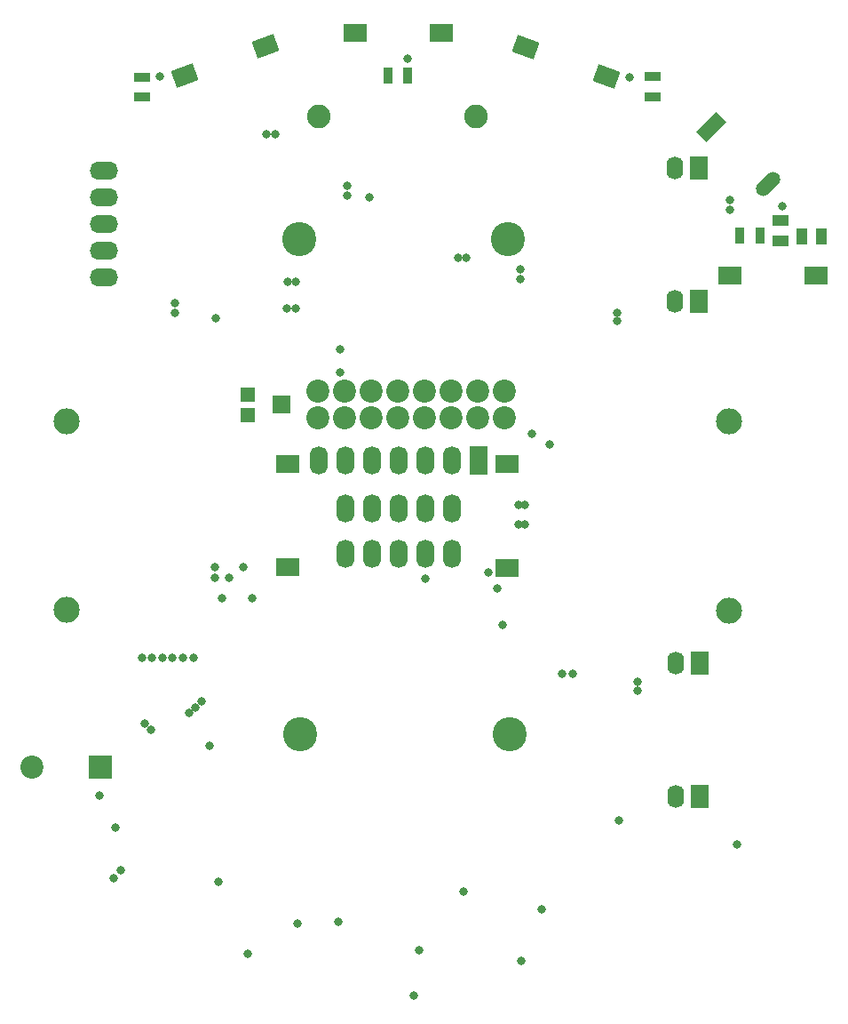
<source format=gts>
G04*
G04 #@! TF.GenerationSoftware,Altium Limited,Altium Designer,19.0.15 (446)*
G04*
G04 Layer_Color=8388736*
%FSLAX44Y44*%
%MOMM*%
G71*
G01*
G75*
%ADD25R,0.9000X1.5000*%
%ADD26R,1.5000X0.9000*%
%ADD27R,2.2000X1.7000*%
G04:AMPARAMS|DCode=28|XSize=2.2mm|YSize=1.7mm|CornerRadius=0mm|HoleSize=0mm|Usage=FLASHONLY|Rotation=20.000|XOffset=0mm|YOffset=0mm|HoleType=Round|Shape=Rectangle|*
%AMROTATEDRECTD28*
4,1,4,-0.7429,-1.1750,-1.3244,0.4225,0.7429,1.1750,1.3244,-0.4225,-0.7429,-1.1750,0.0*
%
%ADD28ROTATEDRECTD28*%

G04:AMPARAMS|DCode=29|XSize=2.2mm|YSize=1.7mm|CornerRadius=0mm|HoleSize=0mm|Usage=FLASHONLY|Rotation=160.000|XOffset=0mm|YOffset=0mm|HoleType=Round|Shape=Rectangle|*
%AMROTATEDRECTD29*
4,1,4,1.3244,0.4225,0.7429,-1.1750,-1.3244,-0.4225,-0.7429,1.1750,1.3244,0.4225,0.0*
%
%ADD29ROTATEDRECTD29*%

%ADD30R,1.4000X1.4000*%
%ADD31R,1.7000X1.8000*%
%ADD32R,1.5800X1.1200*%
%ADD33R,1.1000X1.5000*%
%ADD34C,3.2500*%
%ADD35O,1.6000X2.2000*%
%ADD36R,1.7000X2.2000*%
%ADD37C,2.2500*%
%ADD38R,2.2000X1.8000*%
%ADD39C,2.4860*%
%ADD40O,1.7000X2.7000*%
%ADD41R,1.7000X2.7000*%
%ADD42O,2.7000X1.7000*%
%ADD43R,2.2000X2.2000*%
%ADD44C,2.2000*%
G04:AMPARAMS|DCode=45|XSize=2.7mm|YSize=1.4mm|CornerRadius=0mm|HoleSize=0mm|Usage=FLASHONLY|Rotation=45.000|XOffset=0mm|YOffset=0mm|HoleType=Round|Shape=Round|*
%AMOVALD45*
21,1,1.3000,1.4000,0.0000,0.0000,45.0*
1,1,1.4000,-0.4596,-0.4596*
1,1,1.4000,0.4596,0.4596*
%
%ADD45OVALD45*%

G04:AMPARAMS|DCode=46|XSize=2.7mm|YSize=1.4mm|CornerRadius=0mm|HoleSize=0mm|Usage=FLASHONLY|Rotation=45.000|XOffset=0mm|YOffset=0mm|HoleType=Round|Shape=Rectangle|*
%AMROTATEDRECTD46*
4,1,4,-0.4596,-1.4496,-1.4496,-0.4596,0.4596,1.4496,1.4496,0.4596,-0.4596,-1.4496,0.0*
%
%ADD46ROTATEDRECTD46*%

%ADD47C,0.8000*%
D25*
X2197050Y369316D02*
D03*
X2178050D02*
D03*
X1861262Y521970D02*
D03*
X1842262D02*
D03*
D26*
X1608430Y520548D02*
D03*
Y501548D02*
D03*
X2094586Y520802D02*
D03*
Y501802D02*
D03*
D27*
X2168648Y331470D02*
D03*
X2250648D02*
D03*
X1811372Y562610D02*
D03*
X1893372D02*
D03*
D28*
X1725443Y550140D02*
D03*
X1648389Y522095D02*
D03*
D29*
X1973763Y549201D02*
D03*
X2050817Y521155D02*
D03*
D30*
X1708946Y218280D02*
D03*
Y198280D02*
D03*
D31*
X1741446Y208280D02*
D03*
D32*
X2217268Y383692D02*
D03*
Y364592D02*
D03*
D33*
X2237232Y369062D02*
D03*
X2256232D02*
D03*
D34*
X1758534Y-105096D02*
D03*
X1958284D02*
D03*
X1957370Y366328D02*
D03*
X1757620D02*
D03*
D35*
X2116836Y-164592D02*
D03*
Y-37846D02*
D03*
X2115922Y433578D02*
D03*
Y306832D02*
D03*
D36*
X2139534Y-37746D02*
D03*
Y-164646D02*
D03*
X2138620Y306778D02*
D03*
Y433678D02*
D03*
D37*
X1926560Y482553D02*
D03*
X1776560D02*
D03*
D38*
X1956508Y151722D02*
D03*
Y53170D02*
D03*
X1747320Y152062D02*
D03*
Y53510D02*
D03*
D39*
X2167382Y192446D02*
D03*
X2167382Y12446D02*
D03*
X1536446Y192786D02*
D03*
X1536446Y12786D02*
D03*
D40*
X1776672Y155194D02*
D03*
X1802072D02*
D03*
X1827472D02*
D03*
X1852872D02*
D03*
X1878272D02*
D03*
X1903672D02*
D03*
X1802072Y66040D02*
D03*
X1827472D02*
D03*
X1852872D02*
D03*
X1878272D02*
D03*
X1903672D02*
D03*
X1802072Y109982D02*
D03*
X1827472D02*
D03*
X1852872D02*
D03*
X1878272D02*
D03*
X1903672D02*
D03*
D41*
X1929072Y155194D02*
D03*
D42*
X1571752Y329946D02*
D03*
Y355346D02*
D03*
Y380746D02*
D03*
Y406146D02*
D03*
Y431546D02*
D03*
D43*
X1567942Y-136906D02*
D03*
D44*
X1502918D02*
D03*
X1775816Y196088D02*
D03*
X1801216D02*
D03*
X1826616D02*
D03*
X1852016D02*
D03*
X1877416D02*
D03*
X1902816D02*
D03*
X1928216D02*
D03*
X1953616D02*
D03*
X1775816Y221488D02*
D03*
X1801216D02*
D03*
X1826616D02*
D03*
X1852016D02*
D03*
X1877416D02*
D03*
X1902816D02*
D03*
X1928216D02*
D03*
X1953616D02*
D03*
D45*
X2204991Y418829D02*
D03*
D46*
X2151109Y472711D02*
D03*
D47*
X1677924Y43180D02*
D03*
Y54102D02*
D03*
X1691132Y43180D02*
D03*
X1704848Y53848D02*
D03*
X1582500Y-194000D02*
D03*
X2009000Y-47498D02*
D03*
X2168902Y393881D02*
D03*
X1639316Y305000D02*
D03*
X1735000Y466000D02*
D03*
X1803654Y408000D02*
D03*
X1588000Y-235000D02*
D03*
X1917000Y348742D02*
D03*
X2080262Y-64043D02*
D03*
X1726492Y466000D02*
D03*
X2168902Y403000D02*
D03*
X1966808Y113096D02*
D03*
X1973000Y113000D02*
D03*
X1966904Y94096D02*
D03*
X1973000Y94234D02*
D03*
X1754904Y299816D02*
D03*
Y325096D02*
D03*
X2060786Y288000D02*
D03*
Y296000D02*
D03*
X1968500Y328000D02*
D03*
Y337000D02*
D03*
X1747320Y325096D02*
D03*
X1746000Y299720D02*
D03*
X1678178Y291000D02*
D03*
X1617218Y-32258D02*
D03*
X1608328Y-32666D02*
D03*
X1861262Y537972D02*
D03*
X1946910Y33274D02*
D03*
X1877822Y42672D02*
D03*
X2080262Y-55116D02*
D03*
X1647190Y-32766D02*
D03*
X1657350Y-32666D02*
D03*
X1637030Y-32512D02*
D03*
X1803654Y417000D02*
D03*
X1796796Y239268D02*
D03*
X1951482Y-1270D02*
D03*
X1938528Y49022D02*
D03*
X1639316Y296164D02*
D03*
X1989417Y-272620D02*
D03*
X1872426Y-311090D02*
D03*
X1756711Y-286130D02*
D03*
X1681124Y-245824D02*
D03*
X2062632Y-187858D02*
D03*
X1914859Y-254968D02*
D03*
X1795424Y-284432D02*
D03*
X1567332Y-164236D02*
D03*
X1824736Y406146D02*
D03*
X1581290Y-242316D02*
D03*
X2018792Y-47498D02*
D03*
X1909318Y348742D02*
D03*
X2175418Y-210814D02*
D03*
X1969961Y-321489D02*
D03*
X1867455Y-354262D02*
D03*
X1708658Y-314706D02*
D03*
X1996694Y170434D02*
D03*
X1797304Y261366D02*
D03*
X1627632Y-32666D02*
D03*
X1610799Y-95181D02*
D03*
X1653402Y-85482D02*
D03*
X1616456Y-100838D02*
D03*
X1659059Y-79825D02*
D03*
X1672708Y-116144D02*
D03*
X1664716Y-74168D02*
D03*
X1979930Y180848D02*
D03*
X1712722Y24384D02*
D03*
X1684528D02*
D03*
X2073148Y520551D02*
D03*
X1624838Y521155D02*
D03*
X2218690Y397510D02*
D03*
M02*

</source>
